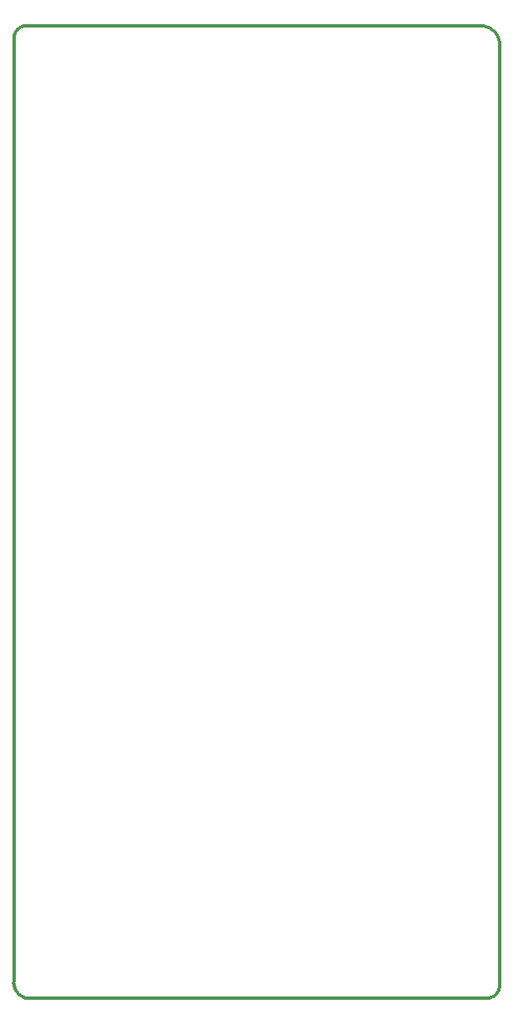
<source format=gbo>
G75*
%MOIN*%
%OFA0B0*%
%FSLAX24Y24*%
%IPPOS*%
%LPD*%
%AMOC8*
5,1,8,0,0,1.08239X$1,22.5*
%
%ADD10C,0.0120*%
D10*
X004260Y001680D02*
X004260Y039255D01*
X004259Y039255D02*
X004259Y039299D01*
X004263Y039342D01*
X004270Y039384D01*
X004280Y039426D01*
X004294Y039467D01*
X004312Y039507D01*
X004332Y039545D01*
X004356Y039581D01*
X004382Y039615D01*
X004412Y039647D01*
X004443Y039677D01*
X004477Y039703D01*
X004514Y039727D01*
X004552Y039747D01*
X004591Y039765D01*
X004632Y039779D01*
X004674Y039790D01*
X004716Y039797D01*
X004759Y039801D01*
X004760Y039800D02*
X022960Y039800D01*
X023015Y039796D01*
X023069Y039788D01*
X023122Y039777D01*
X023174Y039761D01*
X023226Y039742D01*
X023275Y039719D01*
X023323Y039692D01*
X023369Y039663D01*
X023413Y039630D01*
X023454Y039594D01*
X023492Y039555D01*
X023528Y039514D01*
X023561Y039470D01*
X023590Y039424D01*
X023616Y039375D01*
X023639Y039326D01*
X023658Y039274D01*
X023673Y039222D01*
X023684Y039168D01*
X023692Y039114D01*
X023696Y039060D01*
X023695Y039005D01*
X023695Y001430D01*
X023695Y001431D02*
X023694Y001388D01*
X023689Y001345D01*
X023680Y001303D01*
X023668Y001261D01*
X023652Y001221D01*
X023633Y001183D01*
X023610Y001146D01*
X023584Y001112D01*
X023556Y001080D01*
X023525Y001050D01*
X023491Y001024D01*
X023455Y001000D01*
X023417Y000979D01*
X023378Y000962D01*
X023337Y000949D01*
X023295Y000939D01*
X023252Y000933D01*
X023210Y000930D01*
X004760Y000930D01*
X004714Y000941D01*
X004668Y000956D01*
X004624Y000974D01*
X004582Y000995D01*
X004541Y001019D01*
X004501Y001046D01*
X004464Y001077D01*
X004430Y001109D01*
X004398Y001145D01*
X004369Y001182D01*
X004342Y001222D01*
X004319Y001263D01*
X004299Y001306D01*
X004282Y001351D01*
X004268Y001397D01*
X004258Y001443D01*
X004251Y001490D01*
X004248Y001538D01*
X004249Y001585D01*
X004253Y001633D01*
X004260Y001680D01*
M02*

</source>
